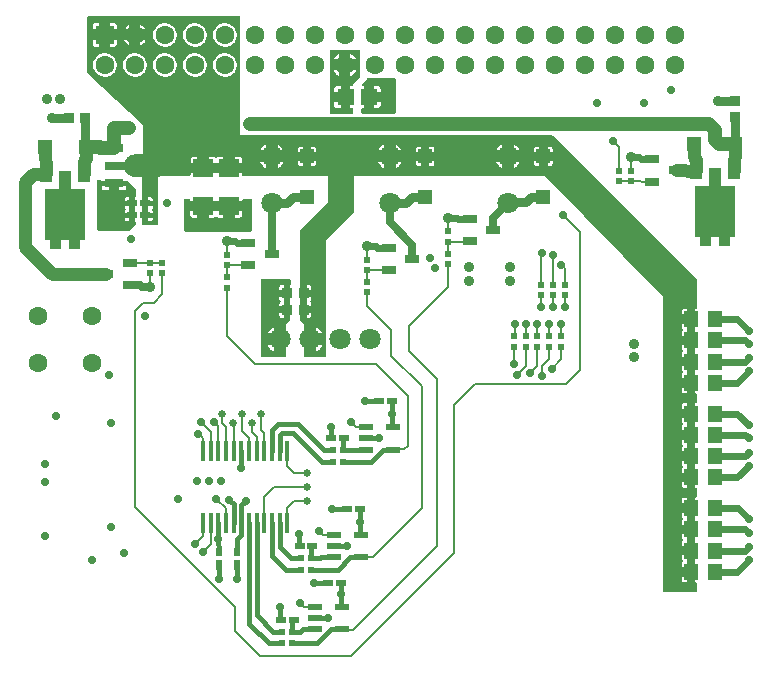
<source format=gbl>
G04 Layer: BottomLayer*
G04 EasyEDA v6.5.40, 2024-03-19 00:07:40*
G04 3cfb54e61b884618aacb5dd00d766781,92418ead495845dc98574c5a0a119f62,10*
G04 Gerber Generator version 0.2*
G04 Scale: 100 percent, Rotated: No, Reflected: No *
G04 Dimensions in millimeters *
G04 leading zeros omitted , absolute positions ,4 integer and 5 decimal *
%FSLAX45Y45*%
%MOMM*%

%AMMACRO1*21,1,$1,$2,0,0,$3*%
%AMMACRO2*4,1,16,1.7,-2.4999,1.7,1.7999,0.5,1.7999,0.5,3.3001,-0.5,3.3001,-0.5,1.8001,-1.7,1.8001,-1.7,-2.5,-1.3,-2.5001,-1.3,-3.3001,-0.3,-3.3001,-0.3,-2.5001,0.3,-2.5001,0.3,-3.3001,1.3,-3.3001,1.3,-2.5001,1.7,-2.4999,0*%
%ADD10C,1.1500*%
%ADD11C,1.1000*%
%ADD12C,0.2000*%
%ADD13C,0.8000*%
%ADD14C,0.7000*%
%ADD15C,0.6000*%
%ADD16C,0.4000*%
%ADD17R,0.5400X0.5657*%
%ADD18MACRO1,0.54X0.5656X0.0000*%
%ADD19MACRO1,0.4X1.65X0.0000*%
%ADD20MACRO1,1.377X1.1325X-90.0000*%
%ADD21MACRO2*%
%ADD22MACRO1,1.3X1.1X90.0000*%
%ADD23MACRO1,0.54X0.7901X-90.0000*%
%ADD24MACRO1,0.54X0.5656X-90.0000*%
%ADD25MACRO1,0.54X0.5656X90.0000*%
%ADD26MACRO1,0.49X1.157X90.0000*%
%ADD27MACRO1,0.49X1.175X90.0000*%
%ADD28R,0.5400X0.7901*%
%ADD29MACRO1,0.54X0.7901X0.0000*%
%ADD30C,0.6350*%
%ADD31MACRO1,1.2X1.15X-90.0000*%
%ADD32MACRO1,1.2X1.15X0.0000*%
%ADD33MACRO1,0.8X0.9X-90.0000*%
%ADD34MACRO1,0.8X0.9X0.0000*%
%ADD35R,1.7280X1.4850*%
%ADD36MACRO1,1.728X1.485X0.0000*%
%ADD37MACRO1,1.25X0.7X0.0000*%
%ADD38MACRO1,0.672X1.575X90.0000*%
%ADD39MACRO1,1.35X1.41X90.0000*%
%ADD40C,1.6000*%
%ADD41MACRO1,1.6X1.6X0.0000*%
%ADD42C,1.8000*%
%ADD43C,0.9000*%
%ADD44C,0.7000*%
%ADD45C,0.0164*%

%LPD*%
G36*
X2750159Y4709972D02*
G01*
X2746248Y4710785D01*
X2742946Y4712970D01*
X2740761Y4716272D01*
X2739999Y4720132D01*
X2739999Y5239816D01*
X2740761Y5243728D01*
X2742946Y5247030D01*
X2746248Y5249214D01*
X2750159Y5249976D01*
X2989834Y5249976D01*
X2993745Y5249214D01*
X2996996Y5247030D01*
X2999232Y5243728D01*
X2999994Y5239816D01*
X2999994Y5024221D01*
X2999232Y5020310D01*
X2996996Y5017008D01*
X2940710Y4960721D01*
X2939999Y4958994D01*
X2939999Y4953558D01*
X2939237Y4949647D01*
X2937002Y4946396D01*
X2933700Y4944160D01*
X2929839Y4943398D01*
X2916580Y4943398D01*
X2916580Y4890109D01*
X2929839Y4890109D01*
X2933700Y4889296D01*
X2937002Y4887112D01*
X2939237Y4883810D01*
X2939999Y4879949D01*
X2939999Y4820056D01*
X2939237Y4816144D01*
X2937002Y4812842D01*
X2933700Y4810658D01*
X2929839Y4809896D01*
X2916580Y4809896D01*
X2916580Y4756556D01*
X2929839Y4756556D01*
X2933700Y4755794D01*
X2937002Y4753610D01*
X2939237Y4750308D01*
X2939999Y4746396D01*
X2939999Y4720132D01*
X2939237Y4716272D01*
X2937002Y4712970D01*
X2933700Y4710785D01*
X2929839Y4709972D01*
G37*

%LPC*%
G36*
X2805074Y4756556D02*
G01*
X2833370Y4756556D01*
X2833370Y4809896D01*
X2778607Y4809896D01*
X2778607Y4783074D01*
X2779318Y4776724D01*
X2781198Y4771288D01*
X2784297Y4766360D01*
X2788361Y4762296D01*
X2793288Y4759198D01*
X2798724Y4757318D01*
G37*
G36*
X2778607Y4890109D02*
G01*
X2833370Y4890109D01*
X2833370Y4943398D01*
X2805074Y4943398D01*
X2798724Y4942687D01*
X2793288Y4940757D01*
X2788361Y4937709D01*
X2784297Y4933594D01*
X2781198Y4928717D01*
X2779318Y4923231D01*
X2778607Y4916932D01*
G37*
G36*
X2822651Y5028031D02*
G01*
X2822651Y5076647D01*
X2774035Y5076647D01*
X2777286Y5070043D01*
X2785008Y5058511D01*
X2794101Y5048097D01*
X2804515Y5039004D01*
X2816047Y5031282D01*
G37*
G36*
X2915361Y5028031D02*
G01*
X2921914Y5031282D01*
X2933446Y5039004D01*
X2943860Y5048097D01*
X2953004Y5058511D01*
X2960674Y5070043D01*
X2963926Y5076647D01*
X2915361Y5076647D01*
G37*
G36*
X2915361Y5169357D02*
G01*
X2963926Y5169357D01*
X2960674Y5175910D01*
X2953004Y5187442D01*
X2943860Y5197856D01*
X2933446Y5207000D01*
X2921914Y5214670D01*
X2915361Y5217922D01*
G37*
G36*
X2774035Y5169357D02*
G01*
X2822651Y5169357D01*
X2822651Y5217922D01*
X2816047Y5214670D01*
X2804515Y5207000D01*
X2794101Y5197856D01*
X2785008Y5187442D01*
X2777286Y5175910D01*
G37*

%LPD*%
G36*
X3020161Y4709972D02*
G01*
X3016250Y4710785D01*
X3012948Y4712970D01*
X3010763Y4716272D01*
X3010001Y4720132D01*
X3010001Y4746396D01*
X3010763Y4750308D01*
X3012948Y4753610D01*
X3016250Y4755794D01*
X3020161Y4756556D01*
X3033420Y4756556D01*
X3033420Y4809896D01*
X3020161Y4809896D01*
X3016250Y4810658D01*
X3012948Y4812842D01*
X3010763Y4816144D01*
X3010001Y4820056D01*
X3010001Y4879949D01*
X3010763Y4883810D01*
X3012948Y4887112D01*
X3016250Y4889296D01*
X3020161Y4890109D01*
X3033420Y4890109D01*
X3033420Y4943398D01*
X3020161Y4943398D01*
X3016250Y4944160D01*
X3012948Y4946396D01*
X3010763Y4949647D01*
X3010001Y4953558D01*
X3010001Y4955794D01*
X3010763Y4959654D01*
X3012948Y4962956D01*
X3057042Y5007000D01*
X3060293Y5009235D01*
X3064205Y5009997D01*
X3289808Y5009997D01*
X3293719Y5009235D01*
X3297021Y5007000D01*
X3299206Y5003698D01*
X3300018Y4999837D01*
X3300018Y4720132D01*
X3299206Y4716272D01*
X3297021Y4712970D01*
X3293719Y4710785D01*
X3289808Y4709972D01*
G37*

%LPC*%
G36*
X3116580Y4756556D02*
G01*
X3144926Y4756556D01*
X3151225Y4757318D01*
X3156712Y4759198D01*
X3161588Y4762296D01*
X3165703Y4766360D01*
X3168802Y4771288D01*
X3170682Y4776724D01*
X3171393Y4783074D01*
X3171393Y4809896D01*
X3116580Y4809896D01*
G37*
G36*
X3116580Y4890109D02*
G01*
X3171393Y4890109D01*
X3171393Y4916932D01*
X3170682Y4923231D01*
X3168802Y4928717D01*
X3165703Y4933594D01*
X3161588Y4937709D01*
X3156712Y4940757D01*
X3151225Y4942687D01*
X3144926Y4943398D01*
X3116580Y4943398D01*
G37*

%LPD*%
G36*
X780135Y3719982D02*
G01*
X776274Y3720744D01*
X772972Y3722979D01*
X770788Y3726281D01*
X769975Y3730142D01*
X769975Y4139844D01*
X770788Y4143705D01*
X772972Y4147007D01*
X776274Y4149242D01*
X780135Y4150004D01*
X799541Y4150004D01*
X803605Y4149140D01*
X807008Y4146702D01*
X809142Y4143146D01*
X869187Y4143146D01*
X871321Y4146702D01*
X874725Y4149140D01*
X878789Y4150004D01*
X949909Y4150004D01*
X954024Y4149140D01*
X957376Y4146702D01*
X959510Y4143146D01*
X1022603Y4143146D01*
X1026515Y4142384D01*
X1029817Y4140200D01*
X1097026Y4072991D01*
X1099210Y4069689D01*
X1100023Y4065778D01*
X1100023Y4013047D01*
X1099108Y4008882D01*
X1096619Y4005478D01*
X1096619Y3967276D01*
X1099108Y3963822D01*
X1100023Y3959656D01*
X1100023Y3940301D01*
X1099108Y3936136D01*
X1096619Y3932732D01*
X1096619Y3867251D01*
X1099108Y3863848D01*
X1100023Y3859682D01*
X1100023Y3840276D01*
X1099108Y3836162D01*
X1096619Y3832707D01*
X1096619Y3794506D01*
X1099108Y3791102D01*
X1100023Y3786936D01*
X1100023Y3774186D01*
X1099210Y3770325D01*
X1097026Y3767023D01*
X1052982Y3722979D01*
X1049680Y3720744D01*
X1045768Y3719982D01*
G37*

%LPC*%
G36*
X1031544Y3797096D02*
G01*
X1044397Y3797096D01*
X1044397Y3830116D01*
X1005078Y3830116D01*
X1005078Y3823563D01*
X1005789Y3817264D01*
X1007719Y3811778D01*
X1010767Y3806901D01*
X1014882Y3802786D01*
X1019759Y3799687D01*
X1025245Y3797808D01*
G37*
G36*
X1005078Y3869842D02*
G01*
X1044397Y3869842D01*
X1044397Y3930142D01*
X1005078Y3930142D01*
X1005078Y3923537D01*
X1005789Y3917238D01*
X1007719Y3911803D01*
X1011377Y3905910D01*
X1012545Y3903319D01*
X1012952Y3899458D01*
X1012545Y3896664D01*
X1011377Y3894074D01*
X1007719Y3888181D01*
X1005789Y3882745D01*
X1005078Y3876446D01*
G37*
G36*
X1005078Y3969816D02*
G01*
X1044397Y3969816D01*
X1044397Y4002887D01*
X1031544Y4002887D01*
X1025245Y4002176D01*
X1019759Y4000296D01*
X1014882Y3997198D01*
X1010767Y3993083D01*
X1007719Y3988206D01*
X1005789Y3982720D01*
X1005078Y3976420D01*
G37*
G36*
X836168Y4060494D02*
G01*
X868629Y4060494D01*
X868629Y4096867D01*
X809701Y4096867D01*
X809701Y4086961D01*
X810412Y4080662D01*
X812342Y4075176D01*
X815390Y4070299D01*
X819505Y4066184D01*
X824382Y4063136D01*
X829868Y4061206D01*
G37*
G36*
X960069Y4060494D02*
G01*
X992530Y4060494D01*
X998880Y4061206D01*
X1004316Y4063136D01*
X1009243Y4066184D01*
X1013307Y4070299D01*
X1016406Y4075176D01*
X1018336Y4080662D01*
X1019048Y4086961D01*
X1019048Y4096867D01*
X960069Y4096867D01*
G37*

%LPD*%
G36*
X1520139Y3709974D02*
G01*
X1516278Y3710787D01*
X1512976Y3712972D01*
X1510792Y3716274D01*
X1509979Y3720134D01*
X1509979Y3979824D01*
X1510792Y3983736D01*
X1512976Y3987037D01*
X1516278Y3989222D01*
X1520139Y3989984D01*
X1547520Y3989984D01*
X1551432Y3989222D01*
X1554734Y3987037D01*
X1556918Y3983736D01*
X1557680Y3979824D01*
X1557680Y3974236D01*
X1620469Y3974236D01*
X1620469Y3979824D01*
X1621231Y3983736D01*
X1623415Y3987037D01*
X1626717Y3989222D01*
X1630629Y3989984D01*
X1709369Y3989984D01*
X1713280Y3989222D01*
X1716582Y3987037D01*
X1718767Y3983736D01*
X1719529Y3979824D01*
X1719529Y3974236D01*
X1840433Y3974236D01*
X1840433Y3979824D01*
X1841195Y3983736D01*
X1843430Y3987037D01*
X1846732Y3989222D01*
X1850593Y3989984D01*
X1929384Y3989984D01*
X1933295Y3989222D01*
X1936546Y3987037D01*
X1938782Y3983736D01*
X1939543Y3979824D01*
X1939543Y3974236D01*
X2002282Y3974236D01*
X2002282Y3979824D01*
X2003094Y3983736D01*
X2005279Y3987037D01*
X2008581Y3989222D01*
X2012442Y3989984D01*
X2069846Y3989984D01*
X2073706Y3989222D01*
X2077008Y3987037D01*
X2079243Y3983736D01*
X2080006Y3979824D01*
X2080006Y3720134D01*
X2079243Y3716274D01*
X2077008Y3712972D01*
X2073706Y3710787D01*
X2069846Y3709974D01*
G37*

%LPC*%
G36*
X1584147Y3830574D02*
G01*
X1620469Y3830574D01*
X1620469Y3887266D01*
X1557680Y3887266D01*
X1557680Y3857040D01*
X1558391Y3850741D01*
X1560322Y3845255D01*
X1563370Y3840378D01*
X1567484Y3836263D01*
X1572361Y3833215D01*
X1577848Y3831285D01*
G37*
G36*
X1939543Y3830574D02*
G01*
X1975815Y3830574D01*
X1982165Y3831285D01*
X1987600Y3833215D01*
X1992528Y3836263D01*
X1996592Y3840378D01*
X1999691Y3845255D01*
X2001570Y3850741D01*
X2002282Y3857040D01*
X2002282Y3887266D01*
X1939543Y3887266D01*
G37*
G36*
X1719529Y3830574D02*
G01*
X1755800Y3830574D01*
X1762150Y3831285D01*
X1767586Y3833215D01*
X1776120Y3838803D01*
X1779981Y3839565D01*
X1783892Y3838803D01*
X1792376Y3833215D01*
X1797862Y3831285D01*
X1804162Y3830574D01*
X1840433Y3830574D01*
X1840433Y3887266D01*
X1719529Y3887266D01*
G37*

%LPD*%
G36*
X2170176Y2649982D02*
G01*
X2166264Y2650744D01*
X2162962Y2652979D01*
X2160778Y2656281D01*
X2160016Y2660142D01*
X2160016Y3299815D01*
X2160778Y3303727D01*
X2162962Y3307029D01*
X2166264Y3309213D01*
X2170176Y3309975D01*
X2399842Y3309975D01*
X2403703Y3309213D01*
X2407005Y3307029D01*
X2409240Y3303727D01*
X2410002Y3299815D01*
X2410002Y3271062D01*
X2409037Y3266744D01*
X2406345Y3263290D01*
X2406345Y3216452D01*
X2409037Y3212998D01*
X2410002Y3208680D01*
X2410002Y3171291D01*
X2409037Y3167024D01*
X2406345Y3163519D01*
X2406345Y3076498D01*
X2409037Y3072993D01*
X2410002Y3068675D01*
X2410002Y3031286D01*
X2409037Y3027019D01*
X2406345Y3023514D01*
X2406345Y2970580D01*
X2405583Y2966669D01*
X2403398Y2963367D01*
X2370683Y2930702D01*
X2369972Y2928975D01*
X2369972Y2660142D01*
X2369210Y2656281D01*
X2367026Y2652979D01*
X2363724Y2650744D01*
X2359812Y2649982D01*
G37*

%LPC*%
G36*
X2267661Y2696260D02*
G01*
X2267661Y2748635D01*
X2215337Y2748635D01*
X2217420Y2744165D01*
X2225243Y2731871D01*
X2234539Y2720644D01*
X2245106Y2710688D01*
X2256891Y2702153D01*
G37*
G36*
X2215337Y2851353D02*
G01*
X2267661Y2851353D01*
X2267661Y2903728D01*
X2256891Y2897835D01*
X2245106Y2889300D01*
X2234539Y2879344D01*
X2225243Y2868117D01*
X2217420Y2855823D01*
G37*
G36*
X2340559Y2979064D02*
G01*
X2353665Y2979064D01*
X2353665Y3021126D01*
X2314092Y3021126D01*
X2314092Y3005582D01*
X2314803Y2999232D01*
X2316734Y2993796D01*
X2319782Y2988868D01*
X2323896Y2984804D01*
X2328773Y2981706D01*
X2334260Y2979775D01*
G37*
G36*
X2314092Y3078835D02*
G01*
X2353665Y3078835D01*
X2353665Y3161131D01*
X2314092Y3161131D01*
X2314092Y3145586D01*
X2314803Y3139236D01*
X2316734Y3133801D01*
X2319782Y3128873D01*
X2321509Y3127197D01*
X2323693Y3123895D01*
X2324455Y3119983D01*
X2323693Y3116122D01*
X2321509Y3112820D01*
X2319782Y3111093D01*
X2316734Y3106216D01*
X2314803Y3100730D01*
X2314092Y3094431D01*
G37*
G36*
X2314092Y3218840D02*
G01*
X2353665Y3218840D01*
X2353665Y3260902D01*
X2340559Y3260902D01*
X2334260Y3260191D01*
X2328773Y3258261D01*
X2323896Y3255213D01*
X2319782Y3251098D01*
X2316734Y3246221D01*
X2314803Y3240735D01*
X2314092Y3234436D01*
G37*

%LPD*%
G36*
X5570169Y659993D02*
G01*
X5566257Y660755D01*
X5562955Y662990D01*
X5560771Y666292D01*
X5560009Y670153D01*
X5560009Y3158998D01*
X5559298Y3160674D01*
X4560722Y4179265D01*
X4558995Y4179976D01*
X2950006Y4179976D01*
X2950006Y3884218D01*
X2949244Y3880307D01*
X2947009Y3877005D01*
X2710688Y3640683D01*
X2709976Y3639007D01*
X2709976Y2660142D01*
X2709214Y2656281D01*
X2707030Y2652979D01*
X2703728Y2650744D01*
X2699816Y2649982D01*
X2530144Y2649982D01*
X2526284Y2650744D01*
X2522982Y2652979D01*
X2520746Y2656281D01*
X2519984Y2660142D01*
X2519984Y2681630D01*
X2520391Y2684526D01*
X2521661Y2687167D01*
X2521661Y2753258D01*
X2520391Y2755900D01*
X2519984Y2758795D01*
X2519984Y2841193D01*
X2520391Y2844088D01*
X2521661Y2846730D01*
X2521661Y2912821D01*
X2520391Y2915462D01*
X2519984Y2918358D01*
X2519984Y2928975D01*
X2519273Y2930702D01*
X2492959Y2957017D01*
X2490774Y2960319D01*
X2490012Y2964180D01*
X2490012Y2968904D01*
X2490927Y2973222D01*
X2493619Y2976727D01*
X2493619Y3023514D01*
X2490927Y3027019D01*
X2490012Y3031286D01*
X2490012Y3068675D01*
X2490927Y3072993D01*
X2493619Y3076498D01*
X2493619Y3163519D01*
X2490927Y3167024D01*
X2490012Y3171291D01*
X2490012Y3208680D01*
X2490927Y3212998D01*
X2493619Y3216452D01*
X2493619Y3263290D01*
X2490927Y3266744D01*
X2490012Y3271062D01*
X2490012Y3715765D01*
X2490774Y3719677D01*
X2492959Y3722979D01*
X2729280Y3959301D01*
X2729992Y3960977D01*
X2729992Y4179976D01*
X2007057Y4179976D01*
X2003196Y4180789D01*
X1999894Y4182973D01*
X1997659Y4186275D01*
X1996897Y4190136D01*
X1996897Y4205782D01*
X1939543Y4205782D01*
X1939543Y4190136D01*
X1938782Y4186275D01*
X1936546Y4182973D01*
X1933295Y4180789D01*
X1929384Y4179976D01*
X1850593Y4179976D01*
X1846732Y4180789D01*
X1843430Y4182973D01*
X1841195Y4186275D01*
X1840433Y4190136D01*
X1840433Y4205782D01*
X1719529Y4205782D01*
X1719529Y4190136D01*
X1718767Y4186275D01*
X1716582Y4182973D01*
X1713280Y4180789D01*
X1709369Y4179976D01*
X1630629Y4179976D01*
X1626717Y4180789D01*
X1623415Y4182973D01*
X1621231Y4186275D01*
X1620469Y4190136D01*
X1620469Y4205782D01*
X1563065Y4205782D01*
X1563065Y4190136D01*
X1562303Y4186275D01*
X1560118Y4182973D01*
X1556816Y4180789D01*
X1552905Y4179976D01*
X1290015Y4179976D01*
X1290015Y3780129D01*
X1289202Y3776268D01*
X1287018Y3772966D01*
X1283716Y3770782D01*
X1279855Y3769969D01*
X1160170Y3769969D01*
X1156258Y3770782D01*
X1152956Y3772966D01*
X1150772Y3776268D01*
X1150010Y3780129D01*
X1150010Y3786936D01*
X1150874Y3791102D01*
X1153414Y3794506D01*
X1153414Y3832707D01*
X1150874Y3836162D01*
X1150010Y3840276D01*
X1150010Y3859682D01*
X1150874Y3863848D01*
X1153414Y3867251D01*
X1153414Y3932732D01*
X1150874Y3936136D01*
X1150010Y3940301D01*
X1150010Y3959656D01*
X1150874Y3963822D01*
X1153414Y3967276D01*
X1153414Y4005478D01*
X1150874Y4008882D01*
X1150010Y4013047D01*
X1150010Y4229811D01*
X1150772Y4233722D01*
X1152956Y4237024D01*
X1156258Y4239209D01*
X1160018Y4239920D01*
X1160018Y4608880D01*
X1159256Y4610658D01*
X693216Y5046980D01*
X690829Y5050332D01*
X690016Y5054396D01*
X690016Y5529834D01*
X690778Y5533694D01*
X692962Y5536996D01*
X696264Y5539232D01*
X700176Y5539994D01*
X1969820Y5539994D01*
X1973732Y5539232D01*
X1977034Y5536996D01*
X1979218Y5533694D01*
X1979980Y5529834D01*
X1979980Y4531004D01*
X1980996Y4529988D01*
X4615789Y4529988D01*
X4619650Y4529226D01*
X4622952Y4527042D01*
X5846978Y3312972D01*
X5849213Y3309670D01*
X5849975Y3305759D01*
X5849975Y3069488D01*
X5849213Y3065627D01*
X5847029Y3062325D01*
X5843727Y3060141D01*
X5839815Y3059328D01*
X5834634Y3059328D01*
X5834634Y3010763D01*
X5839815Y3010763D01*
X5843727Y3010001D01*
X5847029Y3007817D01*
X5849213Y3004515D01*
X5849975Y3000603D01*
X5849975Y2939389D01*
X5849213Y2935478D01*
X5847029Y2932176D01*
X5843727Y2929991D01*
X5839815Y2929229D01*
X5834634Y2929229D01*
X5834634Y2830779D01*
X5839815Y2830779D01*
X5843727Y2830017D01*
X5847029Y2827782D01*
X5849213Y2824480D01*
X5849975Y2820619D01*
X5849975Y2759354D01*
X5849213Y2755493D01*
X5847029Y2752191D01*
X5843727Y2750007D01*
X5839815Y2749194D01*
X5834634Y2749194D01*
X5834634Y2650794D01*
X5839815Y2650794D01*
X5843727Y2649982D01*
X5847029Y2647797D01*
X5849213Y2644495D01*
X5849975Y2640634D01*
X5849975Y2579370D01*
X5849213Y2575509D01*
X5847029Y2572207D01*
X5843727Y2569972D01*
X5839815Y2569210D01*
X5834634Y2569210D01*
X5834634Y2470759D01*
X5839815Y2470759D01*
X5843727Y2469997D01*
X5847029Y2467813D01*
X5849213Y2464511D01*
X5849975Y2460599D01*
X5849975Y2399385D01*
X5849213Y2395474D01*
X5847029Y2392172D01*
X5843727Y2389987D01*
X5839815Y2389225D01*
X5834634Y2389225D01*
X5834634Y2340660D01*
X5839815Y2340660D01*
X5843727Y2339848D01*
X5847029Y2337663D01*
X5849213Y2334361D01*
X5849975Y2330500D01*
X5849975Y2269490D01*
X5849213Y2265629D01*
X5847029Y2262327D01*
X5843727Y2260142D01*
X5839815Y2259330D01*
X5834634Y2259330D01*
X5834634Y2210765D01*
X5839815Y2210765D01*
X5843727Y2210003D01*
X5847029Y2207818D01*
X5849213Y2204516D01*
X5849975Y2200605D01*
X5849975Y2139391D01*
X5849213Y2135479D01*
X5847029Y2132177D01*
X5843727Y2129993D01*
X5839815Y2129231D01*
X5834634Y2129231D01*
X5834634Y2030780D01*
X5839815Y2030780D01*
X5843727Y2030018D01*
X5847029Y2027783D01*
X5849213Y2024481D01*
X5849975Y2020620D01*
X5849975Y1959356D01*
X5849213Y1955495D01*
X5847029Y1952193D01*
X5843727Y1950008D01*
X5839815Y1949196D01*
X5834634Y1949196D01*
X5834634Y1850796D01*
X5839815Y1850796D01*
X5843727Y1849983D01*
X5847029Y1847799D01*
X5849213Y1844497D01*
X5849975Y1840636D01*
X5849975Y1779371D01*
X5849213Y1775510D01*
X5847029Y1772208D01*
X5843727Y1769973D01*
X5839815Y1769211D01*
X5834634Y1769211D01*
X5834634Y1670761D01*
X5839815Y1670761D01*
X5843727Y1669999D01*
X5847029Y1667814D01*
X5849213Y1664512D01*
X5849975Y1660601D01*
X5849975Y1599387D01*
X5849213Y1595475D01*
X5847029Y1592173D01*
X5843727Y1589989D01*
X5839815Y1589227D01*
X5834634Y1589227D01*
X5834634Y1540662D01*
X5839815Y1540662D01*
X5843727Y1539849D01*
X5847029Y1537665D01*
X5849213Y1534363D01*
X5849975Y1530502D01*
X5849975Y1469491D01*
X5849213Y1465630D01*
X5847029Y1462328D01*
X5843727Y1460144D01*
X5839815Y1459331D01*
X5834634Y1459331D01*
X5834634Y1410766D01*
X5839815Y1410766D01*
X5843727Y1410004D01*
X5847029Y1407820D01*
X5849213Y1404518D01*
X5849975Y1400606D01*
X5849975Y1339392D01*
X5849213Y1335481D01*
X5847029Y1332179D01*
X5843727Y1329994D01*
X5839815Y1329232D01*
X5834634Y1329232D01*
X5834634Y1230782D01*
X5839815Y1230782D01*
X5843727Y1230020D01*
X5847029Y1227785D01*
X5849213Y1224483D01*
X5849975Y1220622D01*
X5849975Y1159357D01*
X5849213Y1155496D01*
X5847029Y1152194D01*
X5843727Y1150010D01*
X5839815Y1149197D01*
X5834634Y1149197D01*
X5834634Y1050798D01*
X5839815Y1050798D01*
X5843727Y1049985D01*
X5847029Y1047800D01*
X5849213Y1044498D01*
X5849975Y1040637D01*
X5849975Y979373D01*
X5849213Y975512D01*
X5847029Y972210D01*
X5843727Y969975D01*
X5839815Y969213D01*
X5834634Y969213D01*
X5834634Y870762D01*
X5839815Y870762D01*
X5843727Y870000D01*
X5847029Y867816D01*
X5849213Y864514D01*
X5849975Y860602D01*
X5849975Y799388D01*
X5849213Y795477D01*
X5847029Y792175D01*
X5843727Y789990D01*
X5839815Y789228D01*
X5834634Y789228D01*
X5834634Y740664D01*
X5839815Y740664D01*
X5843727Y739851D01*
X5847029Y737666D01*
X5849213Y734364D01*
X5849975Y730504D01*
X5849975Y670153D01*
X5849213Y666292D01*
X5847029Y662990D01*
X5843727Y660755D01*
X5839815Y659993D01*
G37*

%LPC*%
G36*
X5743905Y740664D02*
G01*
X5765342Y740664D01*
X5765342Y789228D01*
X5722874Y789228D01*
X5722874Y761695D01*
X5723432Y756615D01*
X5724956Y752297D01*
X5727395Y748385D01*
X5730595Y745185D01*
X5734507Y742746D01*
X5738825Y741222D01*
G37*
G36*
X5722874Y870762D02*
G01*
X5765342Y870762D01*
X5765342Y969213D01*
X5722874Y969213D01*
X5722874Y941730D01*
X5723432Y936599D01*
X5724956Y932281D01*
X5727395Y928420D01*
X5728614Y927201D01*
X5730798Y923899D01*
X5731560Y919987D01*
X5730798Y916127D01*
X5728614Y912825D01*
X5727395Y911606D01*
X5724956Y907694D01*
X5723432Y903376D01*
X5722874Y898296D01*
G37*
G36*
X5722874Y1050798D02*
G01*
X5765342Y1050798D01*
X5765342Y1149197D01*
X5722874Y1149197D01*
X5722874Y1121714D01*
X5723432Y1116584D01*
X5724956Y1112266D01*
X5727395Y1108405D01*
X5728614Y1107186D01*
X5730798Y1103884D01*
X5731560Y1099972D01*
X5730798Y1096111D01*
X5728614Y1092809D01*
X5727395Y1091590D01*
X5724956Y1087729D01*
X5723432Y1083411D01*
X5722874Y1078280D01*
G37*
G36*
X5722874Y1230782D02*
G01*
X5765342Y1230782D01*
X5765342Y1329232D01*
X5722874Y1329232D01*
X5722874Y1301699D01*
X5723432Y1296619D01*
X5724956Y1292301D01*
X5727395Y1288389D01*
X5728614Y1287170D01*
X5730798Y1283868D01*
X5731560Y1280007D01*
X5730798Y1276096D01*
X5728614Y1272794D01*
X5727395Y1271574D01*
X5724956Y1267714D01*
X5723432Y1263396D01*
X5722874Y1258265D01*
G37*
G36*
X5722874Y1410766D02*
G01*
X5765342Y1410766D01*
X5765342Y1459331D01*
X5743905Y1459331D01*
X5738825Y1458772D01*
X5734507Y1457248D01*
X5730595Y1454810D01*
X5727395Y1451610D01*
X5724956Y1447698D01*
X5723432Y1443380D01*
X5722874Y1438300D01*
G37*
G36*
X5743905Y1540662D02*
G01*
X5765342Y1540662D01*
X5765342Y1589227D01*
X5722874Y1589227D01*
X5722874Y1561693D01*
X5723432Y1556613D01*
X5724956Y1552295D01*
X5727395Y1548384D01*
X5730595Y1545183D01*
X5734507Y1542745D01*
X5738825Y1541221D01*
G37*
G36*
X5722874Y1670761D02*
G01*
X5765342Y1670761D01*
X5765342Y1769211D01*
X5722874Y1769211D01*
X5722874Y1741728D01*
X5723432Y1736598D01*
X5724956Y1732280D01*
X5727395Y1728419D01*
X5728614Y1727200D01*
X5730798Y1723898D01*
X5731560Y1719986D01*
X5730798Y1716125D01*
X5728614Y1712823D01*
X5727395Y1711604D01*
X5724956Y1707692D01*
X5723432Y1703374D01*
X5722874Y1698294D01*
G37*
G36*
X5722874Y1850796D02*
G01*
X5765342Y1850796D01*
X5765342Y1949196D01*
X5722874Y1949196D01*
X5722874Y1921713D01*
X5723432Y1916582D01*
X5724956Y1912264D01*
X5727395Y1908403D01*
X5728614Y1907184D01*
X5730798Y1903882D01*
X5731560Y1899970D01*
X5730798Y1896110D01*
X5728614Y1892807D01*
X5727395Y1891588D01*
X5724956Y1887728D01*
X5723432Y1883410D01*
X5722874Y1878279D01*
G37*
G36*
X5722874Y2030780D02*
G01*
X5765342Y2030780D01*
X5765342Y2129231D01*
X5722874Y2129231D01*
X5722874Y2101697D01*
X5723432Y2096617D01*
X5724956Y2092299D01*
X5727395Y2088388D01*
X5728614Y2087168D01*
X5730798Y2083866D01*
X5731560Y2080006D01*
X5730798Y2076094D01*
X5728614Y2072792D01*
X5727395Y2071573D01*
X5724956Y2067712D01*
X5723432Y2063394D01*
X5722874Y2058263D01*
G37*
G36*
X5722874Y2210765D02*
G01*
X5765342Y2210765D01*
X5765342Y2259330D01*
X5743905Y2259330D01*
X5738825Y2258771D01*
X5734507Y2257247D01*
X5730595Y2254808D01*
X5727395Y2251608D01*
X5724956Y2247696D01*
X5723432Y2243378D01*
X5722874Y2238298D01*
G37*
G36*
X5743905Y2340660D02*
G01*
X5765342Y2340660D01*
X5765342Y2389225D01*
X5722874Y2389225D01*
X5722874Y2361692D01*
X5723432Y2356612D01*
X5724956Y2352294D01*
X5727395Y2348382D01*
X5730595Y2345182D01*
X5734507Y2342743D01*
X5738825Y2341219D01*
G37*
G36*
X5722874Y2470759D02*
G01*
X5765342Y2470759D01*
X5765342Y2569210D01*
X5722874Y2569210D01*
X5722874Y2541727D01*
X5723432Y2536596D01*
X5724956Y2532278D01*
X5727395Y2528417D01*
X5728614Y2527198D01*
X5730798Y2523896D01*
X5731560Y2519984D01*
X5730798Y2516124D01*
X5728614Y2512822D01*
X5727395Y2511602D01*
X5724956Y2507691D01*
X5723432Y2503373D01*
X5722874Y2498293D01*
G37*
G36*
X5722874Y2650794D02*
G01*
X5765342Y2650794D01*
X5765342Y2749194D01*
X5722874Y2749194D01*
X5722874Y2721711D01*
X5723432Y2716580D01*
X5724956Y2712262D01*
X5727395Y2708402D01*
X5728614Y2707182D01*
X5730798Y2703880D01*
X5731560Y2699969D01*
X5730798Y2696108D01*
X5728614Y2692806D01*
X5727395Y2691587D01*
X5724956Y2687726D01*
X5723432Y2683408D01*
X5722874Y2678277D01*
G37*
G36*
X2624328Y2696260D02*
G01*
X2635097Y2702153D01*
X2646883Y2710688D01*
X2657449Y2720644D01*
X2666746Y2731871D01*
X2674569Y2744165D01*
X2676652Y2748635D01*
X2624328Y2748635D01*
G37*
G36*
X5722874Y2830779D02*
G01*
X5765342Y2830779D01*
X5765342Y2929229D01*
X5722874Y2929229D01*
X5722874Y2901696D01*
X5723432Y2896616D01*
X5724956Y2892298D01*
X5727395Y2888386D01*
X5728614Y2887167D01*
X5730798Y2883865D01*
X5731560Y2880004D01*
X5730798Y2876092D01*
X5728614Y2872790D01*
X5727395Y2871571D01*
X5724956Y2867710D01*
X5723432Y2863392D01*
X5722874Y2858262D01*
G37*
G36*
X2624328Y2851353D02*
G01*
X2676652Y2851353D01*
X2674569Y2855823D01*
X2666746Y2868117D01*
X2657449Y2879344D01*
X2646883Y2889300D01*
X2635097Y2897835D01*
X2624328Y2903728D01*
G37*
G36*
X2546350Y2979064D02*
G01*
X2559405Y2979064D01*
X2565755Y2979775D01*
X2571191Y2981706D01*
X2576118Y2984804D01*
X2580182Y2988868D01*
X2583281Y2993796D01*
X2585161Y2999232D01*
X2585872Y3005582D01*
X2585872Y3021126D01*
X2546350Y3021126D01*
G37*
G36*
X5722874Y3010763D02*
G01*
X5765342Y3010763D01*
X5765342Y3059328D01*
X5743905Y3059328D01*
X5738825Y3058769D01*
X5734507Y3057245D01*
X5730595Y3054807D01*
X5727395Y3051606D01*
X5724956Y3047695D01*
X5723432Y3043377D01*
X5722874Y3038297D01*
G37*
G36*
X2546350Y3078835D02*
G01*
X2585872Y3078835D01*
X2585872Y3094431D01*
X2585161Y3100730D01*
X2583281Y3106216D01*
X2580182Y3111093D01*
X2578506Y3112820D01*
X2576271Y3116122D01*
X2575509Y3119983D01*
X2576271Y3123895D01*
X2578506Y3127197D01*
X2580182Y3128873D01*
X2583281Y3133801D01*
X2585161Y3139236D01*
X2585872Y3145586D01*
X2585872Y3161131D01*
X2546350Y3161131D01*
G37*
G36*
X2546350Y3218840D02*
G01*
X2585872Y3218840D01*
X2585872Y3234436D01*
X2585161Y3240735D01*
X2583281Y3246221D01*
X2580182Y3251098D01*
X2576118Y3255213D01*
X2571191Y3258261D01*
X2565755Y3260191D01*
X2559405Y3260902D01*
X2546350Y3260902D01*
G37*
G36*
X1205585Y3797096D02*
G01*
X1218438Y3797096D01*
X1224737Y3797808D01*
X1230223Y3799687D01*
X1235100Y3802786D01*
X1239215Y3806901D01*
X1242314Y3811778D01*
X1244193Y3817264D01*
X1244904Y3823563D01*
X1244904Y3830116D01*
X1205585Y3830116D01*
G37*
G36*
X1205585Y3869842D02*
G01*
X1244904Y3869842D01*
X1244904Y3876446D01*
X1244193Y3882745D01*
X1242314Y3888181D01*
X1238605Y3894074D01*
X1237437Y3896664D01*
X1237030Y3900525D01*
X1237437Y3903319D01*
X1238605Y3905910D01*
X1242314Y3911803D01*
X1244193Y3917238D01*
X1244904Y3923537D01*
X1244904Y3930142D01*
X1205585Y3930142D01*
G37*
G36*
X1205585Y3969816D02*
G01*
X1244904Y3969816D01*
X1244904Y3976420D01*
X1244193Y3982720D01*
X1242314Y3988206D01*
X1239215Y3993083D01*
X1235100Y3997198D01*
X1230223Y4000296D01*
X1224737Y4002176D01*
X1218438Y4002887D01*
X1205585Y4002887D01*
G37*
G36*
X3198622Y4252315D02*
G01*
X3198622Y4298645D01*
X3152444Y4298645D01*
X3155492Y4292701D01*
X3163620Y4281119D01*
X3173120Y4270603D01*
X3183890Y4261459D01*
X3195777Y4253738D01*
G37*
G36*
X3301339Y4252315D02*
G01*
X3304235Y4253738D01*
X3316071Y4261459D01*
X3326841Y4270603D01*
X3336391Y4281119D01*
X3344468Y4292701D01*
X3347567Y4298645D01*
X3301339Y4298645D01*
G37*
G36*
X4198620Y4252315D02*
G01*
X4198620Y4298645D01*
X4152442Y4298645D01*
X4155490Y4292701D01*
X4163618Y4281119D01*
X4173118Y4270603D01*
X4183887Y4261459D01*
X4195775Y4253738D01*
G37*
G36*
X2198624Y4252315D02*
G01*
X2198624Y4298645D01*
X2152446Y4298645D01*
X2155494Y4292701D01*
X2163622Y4281119D01*
X2173122Y4270603D01*
X2183892Y4261459D01*
X2195779Y4253738D01*
G37*
G36*
X2301341Y4252315D02*
G01*
X2304237Y4253738D01*
X2316073Y4261459D01*
X2326843Y4270603D01*
X2336393Y4281119D01*
X2344470Y4292701D01*
X2347569Y4298645D01*
X2301341Y4298645D01*
G37*
G36*
X4301337Y4252315D02*
G01*
X4304233Y4253738D01*
X4316069Y4261459D01*
X4326839Y4270603D01*
X4336389Y4281119D01*
X4344466Y4292701D01*
X4347565Y4298645D01*
X4301337Y4298645D01*
G37*
G36*
X4493056Y4267962D02*
G01*
X4514900Y4267962D01*
X4514900Y4312107D01*
X4471974Y4312107D01*
X4471974Y4289044D01*
X4472584Y4283913D01*
X4474057Y4279595D01*
X4476496Y4275734D01*
X4479747Y4272483D01*
X4483608Y4270044D01*
X4487926Y4268571D01*
G37*
G36*
X2585110Y4267962D02*
G01*
X2606903Y4267962D01*
X2612034Y4268571D01*
X2616352Y4270044D01*
X2620264Y4272483D01*
X2623464Y4275734D01*
X2625902Y4279595D01*
X2627426Y4283913D01*
X2627985Y4289044D01*
X2627985Y4312107D01*
X2585110Y4312107D01*
G37*
G36*
X4585106Y4267962D02*
G01*
X4606899Y4267962D01*
X4612030Y4268571D01*
X4616348Y4270044D01*
X4620260Y4272483D01*
X4623460Y4275734D01*
X4625898Y4279595D01*
X4627422Y4283913D01*
X4627981Y4289044D01*
X4627981Y4312107D01*
X4585106Y4312107D01*
G37*
G36*
X2493060Y4267962D02*
G01*
X2514904Y4267962D01*
X2514904Y4312107D01*
X2471978Y4312107D01*
X2471978Y4289044D01*
X2472588Y4283913D01*
X2474061Y4279595D01*
X2476500Y4275734D01*
X2479751Y4272483D01*
X2483612Y4270044D01*
X2487930Y4268571D01*
G37*
G36*
X3585108Y4267962D02*
G01*
X3606901Y4267962D01*
X3612032Y4268571D01*
X3616350Y4270044D01*
X3620262Y4272483D01*
X3623462Y4275734D01*
X3625900Y4279595D01*
X3627424Y4283913D01*
X3627983Y4289044D01*
X3627983Y4312107D01*
X3585108Y4312107D01*
G37*
G36*
X3493058Y4267962D02*
G01*
X3514902Y4267962D01*
X3514902Y4312107D01*
X3471976Y4312107D01*
X3471976Y4289044D01*
X3472586Y4283913D01*
X3474059Y4279595D01*
X3476498Y4275734D01*
X3479749Y4272483D01*
X3483610Y4270044D01*
X3487928Y4268571D01*
G37*
G36*
X1563065Y4292701D02*
G01*
X1620469Y4292701D01*
X1620469Y4344009D01*
X1584147Y4344009D01*
X1579067Y4343400D01*
X1574749Y4341926D01*
X1570837Y4339488D01*
X1567637Y4336237D01*
X1565198Y4332376D01*
X1563674Y4328058D01*
X1563065Y4322927D01*
G37*
G36*
X1939543Y4292701D02*
G01*
X1996897Y4292701D01*
X1996897Y4322927D01*
X1996338Y4328058D01*
X1994814Y4332376D01*
X1992375Y4336237D01*
X1989124Y4339488D01*
X1985264Y4341926D01*
X1980946Y4343400D01*
X1975815Y4344009D01*
X1939543Y4344009D01*
G37*
G36*
X1719529Y4292701D02*
G01*
X1840433Y4292701D01*
X1840433Y4344009D01*
X1804162Y4344009D01*
X1799031Y4343400D01*
X1794713Y4341926D01*
X1790852Y4339488D01*
X1787194Y4335830D01*
X1783892Y4333595D01*
X1779981Y4332833D01*
X1776120Y4333595D01*
X1772818Y4335830D01*
X1769160Y4339488D01*
X1765249Y4341926D01*
X1760931Y4343400D01*
X1755800Y4344009D01*
X1719529Y4344009D01*
G37*
G36*
X4471974Y4384852D02*
G01*
X4514900Y4384852D01*
X4514900Y4428998D01*
X4493056Y4428998D01*
X4487926Y4428388D01*
X4483608Y4426915D01*
X4479747Y4424476D01*
X4476496Y4421225D01*
X4474057Y4417364D01*
X4472584Y4413046D01*
X4471974Y4407916D01*
G37*
G36*
X3585108Y4384852D02*
G01*
X3627983Y4384852D01*
X3627983Y4407916D01*
X3627424Y4413046D01*
X3625900Y4417364D01*
X3623462Y4421225D01*
X3620262Y4424476D01*
X3616350Y4426915D01*
X3612032Y4428388D01*
X3606901Y4428998D01*
X3585108Y4428998D01*
G37*
G36*
X3471976Y4384852D02*
G01*
X3514902Y4384852D01*
X3514902Y4428998D01*
X3493058Y4428998D01*
X3487928Y4428388D01*
X3483610Y4426915D01*
X3479749Y4424476D01*
X3476498Y4421225D01*
X3474059Y4417364D01*
X3472586Y4413046D01*
X3471976Y4407916D01*
G37*
G36*
X2585110Y4384852D02*
G01*
X2627985Y4384852D01*
X2627985Y4407916D01*
X2627426Y4413046D01*
X2625902Y4417364D01*
X2623464Y4421225D01*
X2620264Y4424476D01*
X2616352Y4426915D01*
X2612034Y4428388D01*
X2606903Y4428998D01*
X2585110Y4428998D01*
G37*
G36*
X4585106Y4384852D02*
G01*
X4627981Y4384852D01*
X4627981Y4407916D01*
X4627422Y4413046D01*
X4625898Y4417364D01*
X4623460Y4421225D01*
X4620260Y4424476D01*
X4616348Y4426915D01*
X4612030Y4428388D01*
X4606899Y4428998D01*
X4585106Y4428998D01*
G37*
G36*
X2471978Y4384852D02*
G01*
X2514904Y4384852D01*
X2514904Y4428998D01*
X2493060Y4428998D01*
X2487930Y4428388D01*
X2483612Y4426915D01*
X2479751Y4424476D01*
X2476500Y4421225D01*
X2474061Y4417364D01*
X2472588Y4413046D01*
X2471978Y4407916D01*
G37*
G36*
X3152190Y4401362D02*
G01*
X3198622Y4401362D01*
X3198622Y4447590D01*
X3189732Y4442612D01*
X3178352Y4434128D01*
X3168192Y4424273D01*
X3159353Y4413199D01*
G37*
G36*
X4152188Y4401362D02*
G01*
X4198620Y4401362D01*
X4198620Y4447590D01*
X4189729Y4442612D01*
X4178350Y4434128D01*
X4168190Y4424273D01*
X4159351Y4413199D01*
G37*
G36*
X2301341Y4401362D02*
G01*
X2347823Y4401362D01*
X2340610Y4413199D01*
X2331770Y4424273D01*
X2321610Y4434128D01*
X2310282Y4442612D01*
X2301341Y4447590D01*
G37*
G36*
X4301337Y4401362D02*
G01*
X4347819Y4401362D01*
X4340606Y4413199D01*
X4331766Y4424273D01*
X4321606Y4434128D01*
X4310278Y4442612D01*
X4301337Y4447590D01*
G37*
G36*
X3301339Y4401362D02*
G01*
X3347821Y4401362D01*
X3340608Y4413199D01*
X3331768Y4424273D01*
X3321608Y4434128D01*
X3310280Y4442612D01*
X3301339Y4447590D01*
G37*
G36*
X2152192Y4401362D02*
G01*
X2198624Y4401362D01*
X2198624Y4447590D01*
X2189734Y4442612D01*
X2178354Y4434128D01*
X2168194Y4424273D01*
X2159355Y4413199D01*
G37*
G36*
X1094333Y5022545D02*
G01*
X1107694Y5023916D01*
X1120749Y5027015D01*
X1133297Y5031841D01*
X1145082Y5038293D01*
X1155852Y5046268D01*
X1165504Y5055565D01*
X1173835Y5066131D01*
X1180693Y5077663D01*
X1185926Y5090007D01*
X1189482Y5102961D01*
X1191260Y5116271D01*
X1191260Y5129682D01*
X1189482Y5142992D01*
X1185926Y5155946D01*
X1180693Y5168290D01*
X1173835Y5179872D01*
X1165504Y5190388D01*
X1155852Y5199735D01*
X1145082Y5207711D01*
X1133297Y5214162D01*
X1120749Y5218938D01*
X1107694Y5222087D01*
X1094333Y5223408D01*
X1080922Y5222951D01*
X1067714Y5220716D01*
X1054862Y5216753D01*
X1042720Y5211114D01*
X1031392Y5203901D01*
X1021130Y5195214D01*
X1012139Y5185257D01*
X1004519Y5174183D01*
X998474Y5162194D01*
X994054Y5149545D01*
X991412Y5136388D01*
X990498Y5122976D01*
X991412Y5109616D01*
X994054Y5096459D01*
X998474Y5083759D01*
X1004519Y5071770D01*
X1012139Y5060696D01*
X1021130Y5050739D01*
X1031392Y5042103D01*
X1042720Y5034889D01*
X1054862Y5029200D01*
X1067714Y5025237D01*
X1080922Y5023002D01*
G37*
G36*
X1602333Y5022545D02*
G01*
X1615694Y5023916D01*
X1628749Y5027015D01*
X1641297Y5031841D01*
X1653082Y5038293D01*
X1663852Y5046268D01*
X1673504Y5055565D01*
X1681835Y5066131D01*
X1688693Y5077663D01*
X1693925Y5090007D01*
X1697482Y5102961D01*
X1699260Y5116271D01*
X1699260Y5129682D01*
X1697482Y5142992D01*
X1693925Y5155946D01*
X1688693Y5168290D01*
X1681835Y5179872D01*
X1673504Y5190388D01*
X1663852Y5199735D01*
X1653082Y5207711D01*
X1641297Y5214162D01*
X1628749Y5218938D01*
X1615694Y5222087D01*
X1602333Y5223408D01*
X1588922Y5222951D01*
X1575714Y5220716D01*
X1562862Y5216753D01*
X1550720Y5211114D01*
X1539392Y5203901D01*
X1529130Y5195214D01*
X1520139Y5185257D01*
X1512519Y5174183D01*
X1506474Y5162194D01*
X1502054Y5149545D01*
X1499412Y5136388D01*
X1498498Y5122976D01*
X1499412Y5109616D01*
X1502054Y5096459D01*
X1506474Y5083759D01*
X1512519Y5071770D01*
X1520139Y5060696D01*
X1529130Y5050739D01*
X1539392Y5042103D01*
X1550720Y5034889D01*
X1562862Y5029200D01*
X1575714Y5025237D01*
X1588922Y5023002D01*
G37*
G36*
X1348333Y5022545D02*
G01*
X1361694Y5023916D01*
X1374749Y5027015D01*
X1387297Y5031841D01*
X1399082Y5038293D01*
X1409852Y5046268D01*
X1419504Y5055565D01*
X1427835Y5066131D01*
X1434693Y5077663D01*
X1439926Y5090007D01*
X1443482Y5102961D01*
X1445260Y5116271D01*
X1445260Y5129682D01*
X1443482Y5142992D01*
X1439926Y5155946D01*
X1434693Y5168290D01*
X1427835Y5179872D01*
X1419504Y5190388D01*
X1409852Y5199735D01*
X1399082Y5207711D01*
X1387297Y5214162D01*
X1374749Y5218938D01*
X1361694Y5222087D01*
X1348333Y5223408D01*
X1334922Y5222951D01*
X1321714Y5220716D01*
X1308862Y5216753D01*
X1296720Y5211114D01*
X1285392Y5203901D01*
X1275130Y5195214D01*
X1266139Y5185257D01*
X1258519Y5174183D01*
X1252474Y5162194D01*
X1248054Y5149545D01*
X1245412Y5136388D01*
X1244498Y5122976D01*
X1245412Y5109616D01*
X1248054Y5096459D01*
X1252474Y5083759D01*
X1258519Y5071770D01*
X1266139Y5060696D01*
X1275130Y5050739D01*
X1285392Y5042103D01*
X1296720Y5034889D01*
X1308862Y5029200D01*
X1321714Y5025237D01*
X1334922Y5023002D01*
G37*
G36*
X1856333Y5022545D02*
G01*
X1869693Y5023916D01*
X1882749Y5027015D01*
X1895297Y5031841D01*
X1907082Y5038293D01*
X1917852Y5046268D01*
X1927504Y5055565D01*
X1935835Y5066131D01*
X1942693Y5077663D01*
X1947925Y5090007D01*
X1951482Y5102961D01*
X1953260Y5116271D01*
X1953260Y5129682D01*
X1951482Y5142992D01*
X1947925Y5155946D01*
X1942693Y5168290D01*
X1935835Y5179872D01*
X1927504Y5190388D01*
X1917852Y5199735D01*
X1907082Y5207711D01*
X1895297Y5214162D01*
X1882749Y5218938D01*
X1869693Y5222087D01*
X1856333Y5223408D01*
X1842922Y5222951D01*
X1829714Y5220716D01*
X1816862Y5216753D01*
X1804720Y5211114D01*
X1793392Y5203901D01*
X1783130Y5195214D01*
X1774139Y5185257D01*
X1766519Y5174183D01*
X1760474Y5162194D01*
X1756054Y5149545D01*
X1753412Y5136388D01*
X1752498Y5122976D01*
X1753412Y5109616D01*
X1756054Y5096459D01*
X1760474Y5083759D01*
X1766519Y5071770D01*
X1774139Y5060696D01*
X1783130Y5050739D01*
X1793392Y5042103D01*
X1804720Y5034889D01*
X1816862Y5029200D01*
X1829714Y5025237D01*
X1842922Y5023002D01*
G37*
G36*
X840333Y5022545D02*
G01*
X853694Y5023916D01*
X866749Y5027015D01*
X879297Y5031841D01*
X891082Y5038293D01*
X901852Y5046268D01*
X911504Y5055565D01*
X919835Y5066131D01*
X926693Y5077663D01*
X931926Y5090007D01*
X935482Y5102961D01*
X937260Y5116271D01*
X937260Y5129682D01*
X935482Y5142992D01*
X931926Y5155946D01*
X926693Y5168290D01*
X919835Y5179872D01*
X911504Y5190388D01*
X901852Y5199735D01*
X891082Y5207711D01*
X879297Y5214162D01*
X866749Y5218938D01*
X853694Y5222087D01*
X840333Y5223408D01*
X826922Y5222951D01*
X813714Y5220716D01*
X800862Y5216753D01*
X788720Y5211114D01*
X777392Y5203901D01*
X767130Y5195214D01*
X758139Y5185257D01*
X750519Y5174183D01*
X744474Y5162194D01*
X740054Y5149545D01*
X737412Y5136388D01*
X736498Y5122976D01*
X737412Y5109616D01*
X740054Y5096459D01*
X744474Y5083759D01*
X750519Y5071770D01*
X758139Y5060696D01*
X767130Y5050739D01*
X777392Y5042103D01*
X788720Y5034889D01*
X800862Y5029200D01*
X813714Y5025237D01*
X826922Y5023002D01*
G37*
G36*
X757580Y5276494D02*
G01*
X790651Y5276494D01*
X790651Y5330647D01*
X736498Y5330647D01*
X736498Y5297576D01*
X737057Y5292445D01*
X738581Y5288127D01*
X741019Y5284266D01*
X744270Y5281015D01*
X748131Y5278577D01*
X752449Y5277053D01*
G37*
G36*
X883361Y5276494D02*
G01*
X916432Y5276494D01*
X921562Y5277053D01*
X925880Y5278577D01*
X929741Y5281015D01*
X932992Y5284266D01*
X935431Y5288127D01*
X936904Y5292445D01*
X937514Y5297576D01*
X937514Y5330647D01*
X883361Y5330647D01*
G37*
G36*
X1602333Y5276545D02*
G01*
X1615694Y5277916D01*
X1628749Y5281015D01*
X1641297Y5285841D01*
X1653082Y5292293D01*
X1663852Y5300268D01*
X1673504Y5309565D01*
X1681835Y5320131D01*
X1688693Y5331663D01*
X1693925Y5344007D01*
X1697482Y5356961D01*
X1699260Y5370271D01*
X1699260Y5383682D01*
X1697482Y5396992D01*
X1693925Y5409946D01*
X1688693Y5422290D01*
X1681835Y5433872D01*
X1673504Y5444388D01*
X1663852Y5453735D01*
X1653082Y5461711D01*
X1641297Y5468162D01*
X1628749Y5472938D01*
X1615694Y5476087D01*
X1602333Y5477408D01*
X1588922Y5476951D01*
X1575714Y5474716D01*
X1562862Y5470753D01*
X1550720Y5465114D01*
X1539392Y5457901D01*
X1529130Y5449214D01*
X1520139Y5439257D01*
X1512519Y5428183D01*
X1506474Y5416194D01*
X1502054Y5403545D01*
X1499412Y5390388D01*
X1498498Y5376976D01*
X1499412Y5363616D01*
X1502054Y5350459D01*
X1506474Y5337759D01*
X1512519Y5325770D01*
X1520139Y5314696D01*
X1529130Y5304739D01*
X1539392Y5296103D01*
X1550720Y5288889D01*
X1562862Y5283200D01*
X1575714Y5279237D01*
X1588922Y5277002D01*
G37*
G36*
X1856333Y5276545D02*
G01*
X1869693Y5277916D01*
X1882749Y5281015D01*
X1895297Y5285841D01*
X1907082Y5292293D01*
X1917852Y5300268D01*
X1927504Y5309565D01*
X1935835Y5320131D01*
X1942693Y5331663D01*
X1947925Y5344007D01*
X1951482Y5356961D01*
X1953260Y5370271D01*
X1953260Y5383682D01*
X1951482Y5396992D01*
X1947925Y5409946D01*
X1942693Y5422290D01*
X1935835Y5433872D01*
X1927504Y5444388D01*
X1917852Y5453735D01*
X1907082Y5461711D01*
X1895297Y5468162D01*
X1882749Y5472938D01*
X1869693Y5476087D01*
X1856333Y5477408D01*
X1842922Y5476951D01*
X1829714Y5474716D01*
X1816862Y5470753D01*
X1804720Y5465114D01*
X1793392Y5457901D01*
X1783130Y5449214D01*
X1774139Y5439257D01*
X1766519Y5428183D01*
X1760474Y5416194D01*
X1756054Y5403545D01*
X1753412Y5390388D01*
X1752498Y5376976D01*
X1753412Y5363616D01*
X1756054Y5350459D01*
X1760474Y5337759D01*
X1766519Y5325770D01*
X1774139Y5314696D01*
X1783130Y5304739D01*
X1793392Y5296103D01*
X1804720Y5288889D01*
X1816862Y5283200D01*
X1829714Y5279237D01*
X1842922Y5277002D01*
G37*
G36*
X1348333Y5276545D02*
G01*
X1361694Y5277916D01*
X1374749Y5281015D01*
X1387297Y5285841D01*
X1399082Y5292293D01*
X1409852Y5300268D01*
X1419504Y5309565D01*
X1427835Y5320131D01*
X1434693Y5331663D01*
X1439926Y5344007D01*
X1443482Y5356961D01*
X1445260Y5370271D01*
X1445260Y5383682D01*
X1443482Y5396992D01*
X1439926Y5409946D01*
X1434693Y5422290D01*
X1427835Y5433872D01*
X1419504Y5444388D01*
X1409852Y5453735D01*
X1399082Y5461711D01*
X1387297Y5468162D01*
X1374749Y5472938D01*
X1361694Y5476087D01*
X1348333Y5477408D01*
X1334922Y5476951D01*
X1321714Y5474716D01*
X1308862Y5470753D01*
X1296720Y5465114D01*
X1285392Y5457901D01*
X1275130Y5449214D01*
X1266139Y5439257D01*
X1258519Y5428183D01*
X1252474Y5416194D01*
X1248054Y5403545D01*
X1245412Y5390388D01*
X1244498Y5376976D01*
X1245412Y5363616D01*
X1248054Y5350459D01*
X1252474Y5337759D01*
X1258519Y5325770D01*
X1266139Y5314696D01*
X1275130Y5304739D01*
X1285392Y5296103D01*
X1296720Y5288889D01*
X1308862Y5283200D01*
X1321714Y5279237D01*
X1334922Y5277002D01*
G37*
G36*
X1044651Y5287975D02*
G01*
X1044651Y5330647D01*
X1002080Y5330647D01*
X1004519Y5325770D01*
X1012139Y5314696D01*
X1021130Y5304739D01*
X1031392Y5296103D01*
X1042720Y5288889D01*
G37*
G36*
X1137361Y5288076D02*
G01*
X1145082Y5292293D01*
X1155852Y5300268D01*
X1165504Y5309565D01*
X1173835Y5320131D01*
X1180084Y5330647D01*
X1137361Y5330647D01*
G37*
G36*
X1002080Y5423357D02*
G01*
X1044651Y5423357D01*
X1044651Y5466029D01*
X1042720Y5465114D01*
X1031392Y5457901D01*
X1021130Y5449214D01*
X1012139Y5439257D01*
X1004519Y5428183D01*
G37*
G36*
X1137361Y5423357D02*
G01*
X1180084Y5423357D01*
X1173835Y5433872D01*
X1165504Y5444388D01*
X1155852Y5453735D01*
X1145082Y5461711D01*
X1137361Y5465927D01*
G37*
G36*
X883361Y5423357D02*
G01*
X937514Y5423357D01*
X937514Y5456428D01*
X936904Y5461558D01*
X935431Y5465876D01*
X932992Y5469737D01*
X929741Y5472988D01*
X925880Y5475427D01*
X921562Y5476900D01*
X916432Y5477510D01*
X883361Y5477510D01*
G37*
G36*
X736498Y5423357D02*
G01*
X790651Y5423357D01*
X790651Y5477510D01*
X757580Y5477510D01*
X752449Y5476900D01*
X748131Y5475427D01*
X744270Y5472988D01*
X741019Y5469737D01*
X738581Y5465876D01*
X737057Y5461558D01*
X736498Y5456428D01*
G37*

%LPD*%
D10*
X914400Y4590034D02*
G01*
X1039876Y4590034D01*
D11*
X340004Y4202506D02*
G01*
X340004Y4299986D01*
X339999Y4299991D01*
X326491Y4326483D01*
X326491Y4424984D01*
X659892Y4202429D02*
G01*
X659892Y4309871D01*
X673607Y4323587D01*
X673607Y4424934D01*
D12*
X1050013Y3444974D02*
G01*
X1051712Y3443274D01*
X1219987Y3443274D01*
X1319987Y3443274D02*
G01*
X1219987Y3443274D01*
X1219987Y3443274D01*
D13*
X529996Y4669990D02*
G01*
X389994Y4669990D01*
X389991Y4669993D01*
D10*
X2069995Y4619990D02*
G01*
X2189995Y4619990D01*
D12*
X1219989Y3356711D02*
G01*
X1219997Y3356703D01*
X1219997Y3239993D01*
D11*
X5839968Y4227576D02*
G01*
X5839968Y4329937D01*
X5826506Y4343400D01*
X5826506Y4450079D01*
X5839968Y4227576D02*
G01*
X5670041Y4229862D01*
D13*
X6173495Y4449978D02*
G01*
X6169995Y4453478D01*
X6169995Y4680000D01*
X6169992Y4819977D02*
G01*
X6029987Y4819977D01*
X6029985Y4819980D01*
D14*
X1219997Y3239993D02*
G01*
X1149997Y3239993D01*
X1134981Y3255010D01*
X1050010Y3255010D01*
D11*
X340105Y4202429D02*
G01*
X232410Y4202429D01*
X160020Y4130039D01*
X160020Y3579876D01*
X389889Y3350005D01*
X850137Y3350005D01*
X6160008Y4227576D02*
G01*
X6160008Y4329937D01*
X6173470Y4343400D01*
X6173470Y4450079D01*
D13*
X673506Y4424984D02*
G01*
X670001Y4428489D01*
X670001Y4669993D01*
D10*
X914400Y4420107D02*
G01*
X800100Y4420107D01*
X795020Y4424934D01*
X673607Y4424934D01*
X914400Y4420107D02*
G01*
X914400Y4590034D01*
D12*
X5289997Y4223278D02*
G01*
X5289981Y4223291D01*
X5289981Y4339996D01*
D15*
X5289989Y4339991D02*
G01*
X5359989Y4339991D01*
X5374995Y4324985D01*
X5470004Y4324985D01*
D12*
X5189994Y4136715D02*
G01*
X5289994Y4136715D01*
X5469890Y4134865D02*
G01*
X5290058Y4136644D01*
D13*
X2549906Y4001515D02*
G01*
X2431541Y4001515D01*
X2379979Y3949954D01*
X2249931Y3949954D01*
X3249929Y3949954D02*
G01*
X3389884Y3949954D01*
X3441445Y4001515D01*
X3549904Y4001515D01*
X4250004Y3949979D02*
G01*
X4260016Y3959992D01*
X4399991Y3959992D01*
X4441489Y4001490D01*
X4550003Y4001490D01*
D15*
X1869996Y3629992D02*
G01*
X1939996Y3629992D01*
X1954999Y3614988D01*
X2050008Y3614988D01*
X3739992Y3829992D02*
G01*
X3819992Y3829992D01*
X3830002Y3819982D01*
X3924985Y3819982D01*
D12*
X1869947Y3513328D02*
G01*
X1869947Y3629913D01*
X1870001Y3323287D02*
G01*
X1870001Y3426698D01*
X2050034Y3424936D02*
G01*
X1869947Y3426713D01*
X3059998Y3283287D02*
G01*
X3059998Y3386698D01*
X3059938Y3473195D02*
G01*
X3059938Y3590036D01*
X3240024Y3385057D02*
G01*
X3059938Y3386581D01*
D15*
X3059993Y3589992D02*
G01*
X3129993Y3589992D01*
X3144997Y3574989D01*
X3239980Y3574989D01*
D14*
X4250004Y3949979D02*
G01*
X4124985Y3824960D01*
X4124985Y3724986D01*
X3249929Y3949954D02*
G01*
X3249929Y3789934D01*
X3439922Y3599942D01*
X3439922Y3480054D01*
X2250008Y3949979D02*
G01*
X2250008Y3519992D01*
D12*
X3739895Y3713226D02*
G01*
X3739895Y3830065D01*
X3740005Y3626718D02*
G01*
X3740005Y3523282D01*
X3924985Y3629990D02*
G01*
X3921714Y3626718D01*
X3740005Y3626718D01*
X5189981Y4223257D02*
G01*
X5199888Y4223257D01*
X2079980Y2089962D02*
G01*
X2079980Y2015020D01*
X2122500Y1972500D01*
X2122500Y1852246D01*
X1732508Y1852246D02*
G01*
X1732508Y2017496D01*
X1650009Y2099995D01*
X1797509Y1852246D02*
G01*
X1797509Y2062477D01*
X1759991Y2099995D01*
X1667507Y1852246D02*
G01*
X1667507Y1962482D01*
X1629994Y1999995D01*
X2159990Y2169972D02*
G01*
X2159990Y2035009D01*
X2187501Y2007499D01*
X2187501Y1852246D01*
X2549906Y1670050D02*
G01*
X2439924Y1670050D01*
X2382520Y1727454D01*
X2382520Y1852168D01*
X2382520Y1247647D02*
G01*
X2382520Y1372615D01*
X2439924Y1430020D01*
X2549906Y1430020D01*
X2187447Y1247647D02*
G01*
X2187447Y1467612D01*
X2269997Y1549907D01*
X2549906Y1549907D01*
X1862503Y1247724D02*
G01*
X1862503Y1367487D01*
X1780006Y1449984D01*
D16*
X1959990Y994514D02*
G01*
X1959990Y1110005D01*
X1959990Y1110005D01*
X1798939Y1109812D02*
G01*
X1797557Y1247647D01*
X1800097Y994410D02*
G01*
X1798939Y1109812D01*
X1959990Y885497D02*
G01*
X1959990Y885494D01*
X1959990Y770001D01*
X1799988Y885484D02*
G01*
X1799996Y885477D01*
X1799996Y770001D01*
X1990090Y1709928D02*
G01*
X1992375Y1852168D01*
D12*
X1669999Y999997D02*
G01*
X1732508Y1062507D01*
X1732508Y1247724D01*
X1599996Y1070000D02*
G01*
X1667507Y1137511D01*
X1667507Y1247724D01*
D16*
X2496820Y850137D02*
G01*
X2370074Y850137D01*
X2252472Y967486D01*
X2252472Y1247647D01*
X1960118Y1109979D02*
G01*
X1992375Y1142492D01*
X1992375Y1247647D01*
X2336800Y225044D02*
G01*
X2225040Y225044D01*
X2057400Y392429D01*
X2057400Y1247647D01*
X2496820Y949960D02*
G01*
X2409952Y949960D01*
X2317495Y1042415D01*
X2317495Y1247647D01*
X2336800Y324865D02*
G01*
X2264918Y324865D01*
X2122424Y467613D01*
X2122424Y1247647D01*
D12*
X1919986Y2089988D02*
G01*
X1927504Y2089988D01*
X1927504Y1852246D01*
X1999995Y2169972D02*
G01*
X1999995Y2019993D01*
X2057499Y1962490D01*
X2057499Y1852246D01*
D16*
X2252472Y1852168D02*
G01*
X2252472Y2032507D01*
X2299970Y2080005D01*
X2469895Y2080005D01*
X2579877Y1970023D01*
X2766822Y1860042D02*
G01*
X2689859Y1860042D01*
X2579877Y1970023D01*
X2317495Y1852168D02*
G01*
X2317495Y1987550D01*
X2340102Y2009902D01*
X2430018Y2009902D01*
X2679954Y1759965D01*
X2766822Y1759965D01*
X2853181Y1860042D02*
G01*
X2940050Y1860042D01*
X2944875Y1865121D01*
X3044697Y1865121D01*
X2864510Y1959990D02*
G01*
X2853283Y1948764D01*
X2853283Y1859991D01*
X3264509Y2169335D02*
G01*
X3264509Y2279980D01*
X3275360Y2054987D02*
G01*
X3264509Y2065837D01*
X3264509Y2169335D01*
X3155490Y2279977D02*
G01*
X3040026Y2279977D01*
X3039999Y2280005D01*
X3044626Y1959990D02*
G01*
X3159988Y1959990D01*
X3159988Y1959990D01*
X2994507Y1252456D02*
G01*
X2994507Y1359992D01*
X3005348Y1145009D02*
G01*
X2994507Y1155849D01*
X2994507Y1252456D01*
X2853181Y1759965D02*
G01*
X3089909Y1759965D01*
X3195065Y1865121D01*
X3275329Y1865121D01*
X2583179Y850137D02*
G01*
X2810002Y850137D01*
X2914904Y955039D01*
X3005327Y955039D01*
X2594508Y1049985D02*
G01*
X2583281Y1038758D01*
X2583281Y949985D01*
X2774695Y1050036D02*
G01*
X2890011Y1050036D01*
X2583179Y949960D02*
G01*
X2659888Y949960D01*
X2664968Y955039D01*
X2774695Y955039D01*
X2423286Y324993D02*
G01*
X2428280Y319999D01*
X2489995Y319999D01*
X2515003Y345008D01*
X2614625Y345008D01*
X2423159Y225044D02*
G01*
X2634995Y225044D01*
X2754884Y344931D01*
X2845308Y344931D01*
X2434488Y424992D02*
G01*
X2423286Y413791D01*
X2423286Y324993D01*
X2614675Y439928D02*
G01*
X2729991Y439928D01*
X2725501Y740003D02*
G01*
X2610002Y740003D01*
X2610002Y740003D01*
X2845358Y535000D02*
G01*
X2834513Y545845D01*
X2834513Y638769D01*
X2834513Y638769D02*
G01*
X2834513Y740003D01*
D12*
X3044626Y2054987D02*
G01*
X2964992Y2054987D01*
X2919984Y2099995D01*
X2774614Y1145009D02*
G01*
X2685006Y1145009D01*
X2650007Y1180007D01*
X2614625Y535000D02*
G01*
X2524988Y535000D01*
X2489987Y570001D01*
X3260090Y2839720D02*
G01*
X3260090Y2879852D01*
X3059938Y3080004D01*
X3059938Y3196589D01*
X3005327Y955039D02*
G01*
X3010408Y960120D01*
X3110229Y960120D01*
X3519931Y1370076D01*
X3519931Y2400045D01*
X3519931Y2400045D02*
G01*
X3260090Y2659887D01*
X3260090Y2839720D01*
X3275329Y1865121D02*
G01*
X3280409Y1869947D01*
X3370072Y1869947D01*
X3400043Y1899920D01*
X3400043Y2320036D01*
X3130041Y2590037D01*
X2109977Y2590037D01*
X1869947Y2830068D01*
X1869947Y3236721D01*
D16*
X1992497Y1247724D02*
G01*
X1992497Y1392499D01*
X2029993Y1429994D01*
X1927504Y1247724D02*
G01*
X1927504Y1402486D01*
X1889988Y1440002D01*
D12*
X2845308Y344931D02*
G01*
X2850388Y340105D01*
X2940050Y340105D01*
X3649979Y1050036D01*
X3649979Y2459989D01*
X3409950Y2700020D01*
X3409950Y2910078D01*
X3739895Y3240023D01*
X3739895Y3436620D01*
X4729988Y3176778D02*
G01*
X4729988Y3070097D01*
X4629911Y3176778D02*
G01*
X4629911Y3070097D01*
X4700015Y2823210D02*
G01*
X4700015Y2929889D01*
X4599940Y2823210D02*
G01*
X4599940Y2929889D01*
X4400041Y2823210D02*
G01*
X4400041Y2929889D01*
X4299996Y2823283D02*
G01*
X4309991Y2833278D01*
X4309991Y2929994D01*
X4499990Y2823281D02*
G01*
X4499990Y2823283D01*
X4499990Y2929991D01*
X4529980Y3176704D02*
G01*
X4529980Y3069996D01*
X4529988Y3069996D01*
X4539995Y3529990D02*
G01*
X4529980Y3519975D01*
X4529980Y3263267D01*
X4299965Y2590037D02*
G01*
X4299965Y2736595D01*
X4329988Y2499995D02*
G01*
X4399991Y2569997D01*
X4399991Y2736720D01*
X4439991Y2509994D02*
G01*
X4499996Y2569999D01*
X4499996Y2736720D01*
X4619990Y2549994D02*
G01*
X4699995Y2629999D01*
X4699995Y2736720D01*
X4629988Y3510000D02*
G01*
X4629980Y3509992D01*
X4629980Y3263267D01*
X4699990Y3429990D02*
G01*
X4729980Y3400000D01*
X4729980Y3263267D01*
D15*
X5999988Y2969994D02*
G01*
X6189987Y2969994D01*
X6289987Y2869994D01*
X6290056Y2759963D02*
G01*
X6260025Y2789994D01*
X5999988Y2789994D01*
X6290056Y2640076D02*
G01*
X6259974Y2609994D01*
X5999988Y2609994D01*
X6289987Y2529994D02*
G01*
X6189987Y2429995D01*
X5999988Y2429995D01*
X6289987Y2069995D02*
G01*
X6189987Y2169995D01*
X5999988Y2169995D01*
X6290056Y1960118D02*
G01*
X6260177Y1989996D01*
X5999988Y1989996D01*
X6290056Y1839976D02*
G01*
X6260076Y1809996D01*
X5999988Y1809996D01*
X6289987Y1729996D02*
G01*
X6189987Y1629996D01*
X5999988Y1629996D01*
X6289987Y1279997D02*
G01*
X6199987Y1369997D01*
X5999988Y1369997D01*
X6290056Y1160018D02*
G01*
X6260076Y1189997D01*
X5999988Y1189997D01*
X6290056Y1039876D02*
G01*
X6260177Y1009997D01*
X5999988Y1009997D01*
X6289987Y929998D02*
G01*
X6189987Y829998D01*
X5999988Y829998D01*
D10*
X2189995Y4619990D02*
G01*
X5949988Y4619990D01*
X5999988Y4569990D01*
X5999988Y4489991D01*
X6040000Y4449978D01*
X6173495Y4449978D01*
D12*
X5139994Y4480001D02*
G01*
X5189997Y4429998D01*
X5189997Y4223278D01*
X1320037Y3356610D02*
G01*
X1320037Y3180079D01*
X1249934Y3109976D01*
X1160018Y3109976D01*
X1089913Y3039871D01*
X1089913Y1379981D01*
X1940052Y529844D01*
X1940052Y329945D01*
X2150109Y119887D01*
X2919729Y119887D01*
X3789934Y990092D01*
X3789934Y2240026D01*
X3970020Y2420112D01*
X4739893Y2420112D01*
X4860036Y2540000D01*
X4860036Y3709923D01*
X4720081Y3849878D01*
X4539995Y2489987D02*
G01*
X4539995Y2570002D01*
X4599993Y2629997D01*
X4599993Y2736720D01*
D16*
X2885493Y1359992D02*
G01*
X2759989Y1359992D01*
X2759989Y1359992D01*
X2325502Y424990D02*
G01*
X2319985Y430507D01*
X2319985Y529996D01*
X2485491Y1049982D02*
G01*
X2480005Y1055469D01*
X2480005Y1149985D01*
X2755491Y1959990D02*
G01*
X2750007Y1965474D01*
X2750007Y2059990D01*
D12*
X1830070Y2169921D02*
G01*
X1830070Y2089912D01*
X1862581Y2057400D01*
X1862581Y1852168D01*
D17*
G01*
X4299991Y2736722D03*
D18*
G01*
X4299991Y2823277D03*
D17*
G01*
X4399991Y2736722D03*
D18*
G01*
X4399988Y2823277D03*
D17*
G01*
X4499990Y2736722D03*
D18*
G01*
X4499990Y2823277D03*
D17*
G01*
X4599990Y2736722D03*
D18*
G01*
X4599990Y2823277D03*
D17*
G01*
X4529988Y3176701D03*
D18*
G01*
X4529990Y3263276D03*
D17*
G01*
X4629988Y3176701D03*
D18*
G01*
X4629990Y3263276D03*
D17*
G01*
X4729988Y3176701D03*
D18*
G01*
X4729990Y3263276D03*
D19*
G01*
X2057496Y1247739D03*
G01*
X2122495Y1247736D03*
G01*
X2187493Y1247736D03*
G01*
X2252492Y1247736D03*
G01*
X2317490Y1247736D03*
G01*
X2382489Y1247736D03*
G01*
X1992497Y1247736D03*
G01*
X1667504Y1247736D03*
G01*
X1732503Y1247736D03*
G01*
X1797502Y1247736D03*
G01*
X1862500Y1247736D03*
G01*
X1927499Y1247736D03*
G01*
X2122495Y1852256D03*
G01*
X2187493Y1852256D03*
G01*
X2252492Y1852256D03*
G01*
X2317490Y1852256D03*
G01*
X2382489Y1852256D03*
G01*
X2057496Y1852256D03*
G01*
X1667504Y1852256D03*
G01*
X1732503Y1852256D03*
G01*
X1797502Y1852256D03*
G01*
X1862500Y1852256D03*
G01*
X1927499Y1852256D03*
G01*
X1992497Y1852254D03*
D20*
G01*
X5999993Y2969994D03*
G01*
X5799983Y2969994D03*
G01*
X5999993Y829998D03*
G01*
X5799983Y829998D03*
G01*
X5999993Y1009997D03*
G01*
X5799983Y1009997D03*
G01*
X5999993Y1189997D03*
G01*
X5799983Y1189997D03*
G01*
X5999993Y1369997D03*
G01*
X5799983Y1369997D03*
G01*
X5999993Y1629996D03*
G01*
X5799983Y1629996D03*
G01*
X5999993Y1809996D03*
G01*
X5799983Y1809996D03*
G01*
X5999993Y1989996D03*
G01*
X5799983Y1989996D03*
G01*
X5999993Y2169995D03*
G01*
X5799983Y2169995D03*
G01*
X5999993Y2429995D03*
G01*
X5799983Y2429995D03*
G01*
X5999993Y2609994D03*
G01*
X5799983Y2609994D03*
G01*
X5999993Y2789994D03*
G01*
X5799983Y2789994D03*
D21*
G01*
X5999988Y3922497D03*
D22*
G01*
X6159987Y4227499D03*
G01*
X5839984Y4227499D03*
D21*
G01*
X499998Y3897494D03*
D22*
G01*
X659998Y4202498D03*
G01*
X339995Y4202498D03*
D17*
G01*
X4699990Y2736722D03*
D18*
G01*
X4699990Y2823277D03*
D23*
G01*
X2864500Y1959996D03*
G01*
X2755488Y1959996D03*
D24*
G01*
X2423278Y324998D03*
G01*
X2336712Y324998D03*
D25*
G01*
X2336712Y224998D03*
G01*
X2423278Y224998D03*
D26*
G01*
X2614627Y345003D03*
G01*
X2614627Y439999D03*
G01*
X2614627Y534995D03*
D27*
G01*
X2845361Y534995D03*
G01*
X2845361Y345003D03*
D23*
G01*
X2594500Y1049997D03*
G01*
X2485489Y1049997D03*
D24*
G01*
X2583277Y949998D03*
G01*
X2496712Y949998D03*
D25*
G01*
X2496709Y850000D03*
G01*
X2583275Y850000D03*
D26*
G01*
X2774624Y955006D03*
G01*
X2774624Y1050002D03*
G01*
X2774624Y1144998D03*
D27*
G01*
X3005358Y1144998D03*
G01*
X3005358Y955006D03*
D28*
G01*
X1959990Y994511D03*
D29*
G01*
X1959996Y885492D03*
D28*
G01*
X1799996Y994511D03*
D29*
G01*
X1799996Y885492D03*
D30*
G01*
X2550007Y1429994D03*
G01*
X2550007Y1549984D03*
G01*
X2550007Y1669973D03*
G01*
X2159990Y2169972D03*
G01*
X2079980Y2089962D03*
G01*
X1999995Y2169972D03*
G01*
X1919986Y2089988D03*
G01*
X1829993Y2169972D03*
D31*
G01*
X2549994Y4001494D03*
G01*
X2549994Y4348486D03*
G01*
X3549992Y4001494D03*
G01*
X3549992Y4348486D03*
G01*
X4549990Y4001494D03*
G01*
X4549990Y4348486D03*
D32*
G01*
X5826492Y4449991D03*
G01*
X6173483Y4449991D03*
G01*
X326503Y4424989D03*
G01*
X673494Y4424989D03*
D33*
G01*
X6169987Y4679990D03*
G01*
X6169987Y4819990D03*
D34*
G01*
X669998Y4669990D03*
G01*
X529998Y4669990D03*
D23*
G01*
X2434501Y424997D03*
G01*
X2325489Y424997D03*
D17*
G01*
X1869998Y3323285D03*
D18*
G01*
X1869996Y3236710D03*
D17*
G01*
X1869998Y3426713D03*
D18*
G01*
X1869996Y3513275D03*
D17*
G01*
X3059988Y3283280D03*
D18*
G01*
X3059993Y3196710D03*
D17*
G01*
X3059988Y3386709D03*
D18*
G01*
X3059993Y3473276D03*
D24*
G01*
X2853277Y1859996D03*
G01*
X2766711Y1859996D03*
D25*
G01*
X2766711Y1759996D03*
G01*
X2853277Y1759996D03*
D17*
G01*
X3739997Y3523284D03*
D18*
G01*
X3739992Y3436710D03*
D17*
G01*
X3739997Y3626713D03*
D18*
G01*
X3739992Y3713275D03*
D35*
G01*
X1669999Y3930751D03*
D36*
G01*
X1669996Y4249242D03*
D35*
G01*
X1889988Y3930751D03*
D36*
G01*
X1889996Y4249242D03*
D34*
G01*
X2519994Y3049993D03*
G01*
X2379995Y3049993D03*
G01*
X2519994Y3189993D03*
G01*
X2379995Y3189993D03*
D23*
G01*
X1179504Y3949992D03*
G01*
X1070493Y3949992D03*
G01*
X1179504Y3849992D03*
G01*
X1070493Y3849992D03*
G01*
X2994499Y1359997D03*
G01*
X2885488Y1359997D03*
G01*
X2834500Y739998D03*
G01*
X2725488Y739998D03*
G01*
X3264499Y2279995D03*
G01*
X3155487Y2279995D03*
D37*
G01*
X2049995Y3424996D03*
G01*
X2049995Y3614987D03*
G01*
X2249995Y3519991D03*
G01*
X3239993Y3384997D03*
G01*
X3239993Y3574987D03*
G01*
X3439993Y3479991D03*
G01*
X3924993Y3629995D03*
G01*
X3924993Y3819986D03*
G01*
X4124993Y3724990D03*
D26*
G01*
X3044626Y1865000D03*
G01*
X3044626Y1959996D03*
G01*
X3044626Y2054992D03*
D27*
G01*
X3275360Y2054992D03*
G01*
X3275360Y1865000D03*
D38*
G01*
X914366Y4120004D03*
G01*
X914366Y4420003D03*
G36*
X1278318Y4364974D02*
G01*
X1092898Y4364974D01*
X1088445Y4364868D01*
X1084003Y4364555D01*
X1079578Y4364034D01*
X1075184Y4363308D01*
X1070828Y4362373D01*
X1066523Y4361238D01*
X1062273Y4359902D01*
X1058092Y4358368D01*
X1053988Y4356638D01*
X1049967Y4354720D01*
X1046043Y4352615D01*
X1042220Y4350326D01*
X1038509Y4347862D01*
X1034917Y4345228D01*
X1031455Y4342429D01*
X1028125Y4339468D01*
X1024940Y4336356D01*
X1021902Y4333097D01*
X1019022Y4329701D01*
X1016304Y4326173D01*
X1013754Y4322521D01*
X1011379Y4318754D01*
X1009182Y4314878D01*
X1007168Y4310905D01*
X1005344Y4302975D01*
X835611Y4302975D01*
X835611Y4236976D01*
X1005344Y4236976D01*
X1007168Y4229041D01*
X1009182Y4225069D01*
X1011379Y4221192D01*
X1013754Y4217426D01*
X1016304Y4213773D01*
X1019022Y4210245D01*
X1021902Y4206849D01*
X1024940Y4203590D01*
X1028125Y4200479D01*
X1031455Y4197517D01*
X1034917Y4194718D01*
X1038509Y4192084D01*
X1042220Y4189620D01*
X1046043Y4187332D01*
X1049967Y4185226D01*
X1053988Y4183308D01*
X1058092Y4181579D01*
X1062273Y4180044D01*
X1066523Y4178708D01*
X1070828Y4177573D01*
X1075184Y4176638D01*
X1079578Y4175912D01*
X1084003Y4175391D01*
X1088445Y4175079D01*
X1092898Y4174972D01*
X1278318Y4174972D01*
X1282771Y4175079D01*
X1287213Y4175391D01*
X1291638Y4175912D01*
X1296032Y4176638D01*
X1300388Y4177573D01*
X1304693Y4178708D01*
X1308943Y4180044D01*
X1313124Y4181579D01*
X1317228Y4183308D01*
X1321249Y4185226D01*
X1325173Y4187332D01*
X1328996Y4189620D01*
X1332707Y4192084D01*
X1336299Y4194718D01*
X1339761Y4197517D01*
X1343091Y4200479D01*
X1346276Y4203590D01*
X1349314Y4206849D01*
X1352194Y4210245D01*
X1354912Y4213773D01*
X1357462Y4217426D01*
X1359837Y4221192D01*
X1362034Y4225069D01*
X1364048Y4229041D01*
X1365872Y4233105D01*
X1367505Y4237248D01*
X1368940Y4241464D01*
X1370177Y4245744D01*
X1371211Y4250077D01*
X1372041Y4254451D01*
X1372666Y4258863D01*
X1373083Y4263298D01*
X1373291Y4267746D01*
X1373291Y4272201D01*
X1373083Y4276648D01*
X1372666Y4281083D01*
X1372041Y4285495D01*
X1371211Y4289869D01*
X1370177Y4294202D01*
X1368940Y4298482D01*
X1367505Y4302699D01*
X1365872Y4306841D01*
X1364048Y4310905D01*
X1362034Y4314878D01*
X1359837Y4318754D01*
X1357462Y4322521D01*
X1354912Y4326173D01*
X1352194Y4329701D01*
X1349314Y4333097D01*
X1346276Y4336356D01*
X1343091Y4339468D01*
X1339761Y4342429D01*
X1336299Y4345228D01*
X1332707Y4347862D01*
X1328996Y4350326D01*
X1325173Y4352615D01*
X1321249Y4354720D01*
X1317228Y4356638D01*
X1313124Y4358368D01*
X1308943Y4359902D01*
X1304693Y4361238D01*
X1300388Y4362373D01*
X1296032Y4363308D01*
X1291638Y4364034D01*
X1287213Y4364555D01*
X1282771Y4364868D01*
X1278318Y4364974D01*
G37*
D17*
G01*
X5189981Y4136720D03*
D18*
G01*
X5189989Y4223274D03*
D17*
G01*
X5289981Y4136720D03*
D18*
G01*
X5289989Y4223274D03*
D17*
G01*
X1319987Y3443274D03*
D18*
G01*
X1319997Y3356710D03*
D17*
G01*
X1219987Y3443274D03*
D18*
G01*
X1219997Y3356710D03*
D37*
G01*
X5469991Y4134998D03*
G01*
X5469991Y4324988D03*
G01*
X5669991Y4229992D03*
G01*
X1049997Y3444989D03*
G01*
X1049997Y3254998D03*
G01*
X849998Y3349994D03*
D39*
G01*
X2874992Y4849990D03*
G01*
X3074997Y4849990D03*
D40*
G01*
X5663006Y5122976D03*
G01*
X5663006Y5376976D03*
G01*
X5409006Y5122976D03*
G01*
X5409006Y5376976D03*
G01*
X5155006Y5122976D03*
G01*
X5155006Y5376976D03*
G01*
X4901006Y5122976D03*
G01*
X4901006Y5376976D03*
G01*
X4647006Y5122976D03*
G01*
X4647006Y5376976D03*
G01*
X4393006Y5122976D03*
G01*
X4393006Y5376976D03*
G01*
X4139006Y5122976D03*
G01*
X4139006Y5376976D03*
G01*
X3885006Y5122976D03*
G01*
X3885006Y5376976D03*
G01*
X3631006Y5122976D03*
G01*
X3631006Y5376976D03*
G01*
X3377006Y5122976D03*
G01*
X3377006Y5376976D03*
G01*
X3123006Y5122976D03*
G01*
X3123006Y5376976D03*
G01*
X2869006Y5122976D03*
G01*
X2869006Y5376976D03*
G01*
X2615006Y5122976D03*
G01*
X2615006Y5376976D03*
G01*
X2361006Y5122976D03*
G01*
X2361006Y5376976D03*
G01*
X2107006Y5122976D03*
G01*
X2107006Y5376976D03*
G01*
X1853006Y5122976D03*
G01*
X1853006Y5376976D03*
G01*
X1599006Y5122976D03*
G01*
X1599006Y5376976D03*
G01*
X1345006Y5122976D03*
G01*
X1345006Y5376976D03*
G01*
X1091006Y5122976D03*
G01*
X1091006Y5376976D03*
G01*
X837006Y5122976D03*
D41*
G01*
X836993Y5376989D03*
D40*
G01*
X724992Y2999994D03*
G01*
X275005Y2999994D03*
G01*
X724992Y2599994D03*
G01*
X275005Y2599994D03*
D42*
G01*
X2250008Y4349978D03*
G01*
X2250008Y3949979D03*
G01*
X3250006Y4349978D03*
G01*
X3250006Y3949979D03*
G01*
X4250004Y4349978D03*
G01*
X4250004Y3949979D03*
G01*
X2318994Y2799969D03*
G01*
X2572994Y2799969D03*
G01*
X2826994Y2799969D03*
G01*
X3080994Y2799969D03*
D43*
G01*
X459994Y4829987D03*
G01*
X350012Y4829987D03*
G01*
X3239998Y4919979D03*
G01*
X3239998Y4789982D03*
G01*
X910005Y4009999D03*
G01*
X910005Y3899992D03*
G01*
X910005Y3789984D03*
G01*
X1640001Y3769995D03*
G01*
X1780006Y3769995D03*
G01*
X1919986Y3769995D03*
G01*
X389991Y4669993D03*
G01*
X1040003Y4589983D03*
G01*
X914400Y4590034D03*
G01*
X2069998Y4619980D03*
G01*
X2189988Y4619980D03*
G01*
X1219987Y3239998D03*
G01*
X6029985Y4819980D03*
G01*
X5289981Y4339996D03*
G01*
X1869998Y3629990D03*
G01*
X3059988Y3589985D03*
G01*
X3739997Y3829989D03*
D44*
G01*
X4999990Y4799990D03*
G01*
X5399989Y4799990D03*
G01*
X5629986Y4909997D03*
G01*
X5139994Y4480001D03*
G01*
X1180007Y2999994D03*
G01*
X870000Y2499995D03*
G01*
X329945Y1739900D03*
G01*
X329945Y1590039D03*
G01*
X889990Y1210005D03*
G01*
X999997Y989990D03*
G01*
X329996Y1129995D03*
G01*
X889990Y2089988D03*
G01*
X419988Y2149982D03*
G01*
X729995Y929995D03*
G01*
X1629994Y1999995D03*
G01*
X1650009Y2099995D03*
G01*
X1759991Y2099995D03*
G01*
X1620012Y1599945D03*
G01*
X1720087Y1599945D03*
G01*
X1819910Y1599945D03*
G01*
X1780006Y1449984D03*
G01*
X1459992Y1449984D03*
G01*
X1798929Y1109802D03*
G01*
X1799996Y770001D03*
G01*
X1959990Y770001D03*
G01*
X1889988Y1440002D03*
G01*
X1989988Y1710004D03*
G01*
X1669999Y999997D03*
G01*
X1599996Y1070000D03*
G01*
X3159988Y1959990D03*
G01*
X3039999Y2280005D03*
G01*
X2889986Y1050010D03*
G01*
X2759989Y1359992D03*
G01*
X3264509Y2169337D03*
G01*
X2994507Y1252448D03*
G01*
X2729991Y439928D03*
G01*
X2319985Y529996D03*
G01*
X2610002Y740003D03*
G01*
X2834513Y638759D03*
G01*
X2919984Y2099995D03*
G01*
X2650007Y1180007D03*
G01*
X2489987Y570001D03*
G01*
X2029993Y1429994D03*
G01*
X4729988Y3070097D03*
G01*
X4629911Y3070097D03*
G01*
X4529988Y3069996D03*
G01*
X4700015Y2929889D03*
G01*
X4599940Y2929889D03*
G01*
X4499990Y2929991D03*
G01*
X4400041Y2929889D03*
G01*
X4309999Y2929991D03*
G01*
X4539995Y3529990D03*
G01*
X4629988Y3510000D03*
G01*
X4699990Y3429990D03*
G01*
X4619980Y2549982D03*
G01*
X4539995Y2489987D03*
G01*
X4439996Y2510002D03*
G01*
X4329988Y2499995D03*
G01*
X4299991Y2589987D03*
G01*
X6289979Y2869996D03*
G01*
X6290056Y2759963D03*
G01*
X6289979Y929995D03*
G01*
X6290056Y1039876D03*
G01*
X6290056Y1160018D03*
G01*
X6289979Y1280007D03*
G01*
X6289979Y1729994D03*
G01*
X6290056Y1839976D03*
G01*
X6290056Y1960118D03*
G01*
X6289979Y2069998D03*
G01*
X6290056Y2640076D03*
G01*
X6289979Y2529992D03*
D43*
G01*
X5319979Y2759989D03*
G01*
X5319979Y2649981D03*
G01*
X4269993Y3289985D03*
G01*
X4269993Y3410000D03*
G01*
X3919981Y3410000D03*
G01*
X3919981Y3289985D03*
D44*
G01*
X3589985Y3489985D03*
G01*
X3629990Y3399993D03*
G01*
X1059992Y3649979D03*
G01*
X1359992Y3949979D03*
G01*
X4719980Y3849979D03*
G01*
X2480005Y1149985D03*
G01*
X2750007Y2059990D03*
M02*

</source>
